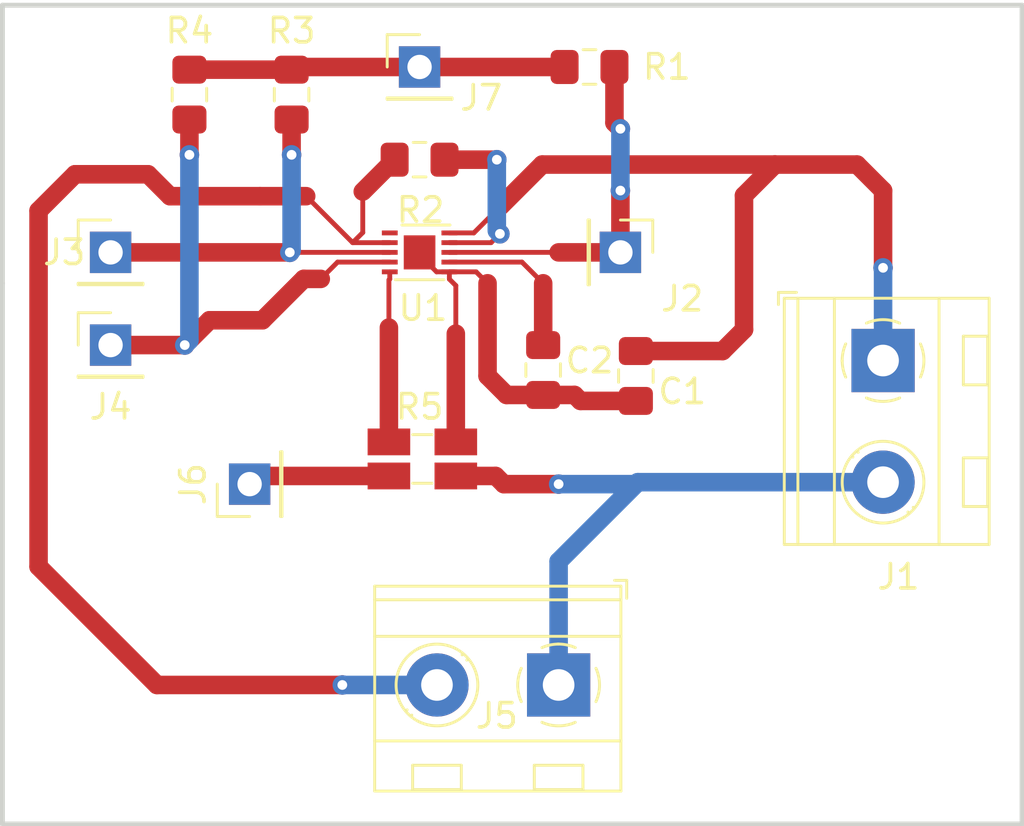
<source format=kicad_pcb>
(kicad_pcb (version 20171130) (host pcbnew "(5.1.0)-1")

  (general
    (thickness 1.6)
    (drawings 5)
    (tracks 103)
    (zones 0)
    (modules 15)
    (nets 14)
  )

  (page A4)
  (layers
    (0 F.Cu signal)
    (31 B.Cu signal)
    (32 B.Adhes user)
    (33 F.Adhes user)
    (34 B.Paste user)
    (35 F.Paste user)
    (36 B.SilkS user)
    (37 F.SilkS user)
    (38 B.Mask user)
    (39 F.Mask user)
    (40 Dwgs.User user)
    (41 Cmts.User user)
    (42 Eco1.User user)
    (43 Eco2.User user)
    (44 Edge.Cuts user)
    (45 Margin user)
    (46 B.CrtYd user)
    (47 F.CrtYd user)
    (48 B.Fab user)
    (49 F.Fab user)
  )

  (setup
    (last_trace_width 0.25)
    (user_trace_width 0.2)
    (user_trace_width 0.762)
    (trace_clearance 0.2)
    (zone_clearance 0.508)
    (zone_45_only no)
    (trace_min 0.2)
    (via_size 0.8)
    (via_drill 0.4)
    (via_min_size 0.4)
    (via_min_drill 0.3)
    (uvia_size 0.3)
    (uvia_drill 0.1)
    (uvias_allowed no)
    (uvia_min_size 0.2)
    (uvia_min_drill 0.1)
    (edge_width 0.15)
    (segment_width 0.2)
    (pcb_text_width 0.3)
    (pcb_text_size 1.5 1.5)
    (mod_edge_width 0.15)
    (mod_text_size 1 1)
    (mod_text_width 0.15)
    (pad_size 1.1 1.75)
    (pad_drill 0)
    (pad_to_mask_clearance 0.051)
    (solder_mask_min_width 0.25)
    (aux_axis_origin 0 0)
    (visible_elements 7FFFFFFF)
    (pcbplotparams
      (layerselection 0x01000_ffffffff)
      (usegerberextensions false)
      (usegerberattributes false)
      (usegerberadvancedattributes false)
      (creategerberjobfile false)
      (excludeedgelayer true)
      (linewidth 0.100000)
      (plotframeref false)
      (viasonmask false)
      (mode 1)
      (useauxorigin false)
      (hpglpennumber 1)
      (hpglpenspeed 20)
      (hpglpendiameter 15.000000)
      (psnegative false)
      (psa4output false)
      (plotreference true)
      (plotvalue true)
      (plotinvisibletext false)
      (padsonsilk false)
      (subtractmaskfromsilk false)
      (outputformat 1)
      (mirror false)
      (drillshape 0)
      (scaleselection 1)
      (outputdirectory "F:/Fuel Gauge V2/"))
  )

  (net 0 "")
  (net 1 "Net-(C2-Pad1)")
  (net 2 "Net-(J2-Pad1)")
  (net 3 "Net-(J3-Pad1)")
  (net 4 "Net-(J4-Pad1)")
  (net 5 "Net-(R2-Pad1)")
  (net 6 "Net-(R5-Pad2)")
  (net 7 "Net-(U1-Pad1)")
  (net 8 "Net-(J5-Pad2)")
  (net 9 "Net-(J6-Pad1)")
  (net 10 +3V3)
  (net 11 +BATT)
  (net 12 -BATT)
  (net 13 GND)

  (net_class Default "This is the default net class."
    (clearance 0.2)
    (trace_width 0.25)
    (via_dia 0.8)
    (via_drill 0.4)
    (uvia_dia 0.3)
    (uvia_drill 0.1)
    (add_net +3V3)
    (add_net +BATT)
    (add_net -BATT)
    (add_net GND)
    (add_net "Net-(C2-Pad1)")
    (add_net "Net-(J2-Pad1)")
    (add_net "Net-(J3-Pad1)")
    (add_net "Net-(J4-Pad1)")
    (add_net "Net-(J5-Pad2)")
    (add_net "Net-(J6-Pad1)")
    (add_net "Net-(R2-Pad1)")
    (add_net "Net-(R5-Pad2)")
    (add_net "Net-(U1-Pad1)")
  )

  (module Connector_PinHeader_2.54mm:PinHeader_1x01_P2.54mm_Vertical (layer F.Cu) (tedit 59FED5CC) (tstamp 5CC309EB)
    (at 130.175 102.235 90)
    (descr "Through hole straight pin header, 1x01, 2.54mm pitch, single row")
    (tags "Through hole pin header THT 1x01 2.54mm single row")
    (path /5CB67E16)
    (fp_text reference J6 (at 0 -2.33 90) (layer F.SilkS)
      (effects (font (size 1 1) (thickness 0.15)))
    )
    (fp_text value "System Ground" (at -2.54 0 180) (layer F.Fab)
      (effects (font (size 1 1) (thickness 0.15)))
    )
    (fp_line (start -0.635 -1.27) (end 1.27 -1.27) (layer F.Fab) (width 0.1))
    (fp_line (start 1.27 -1.27) (end 1.27 1.27) (layer F.Fab) (width 0.1))
    (fp_line (start 1.27 1.27) (end -1.27 1.27) (layer F.Fab) (width 0.1))
    (fp_line (start -1.27 1.27) (end -1.27 -0.635) (layer F.Fab) (width 0.1))
    (fp_line (start -1.27 -0.635) (end -0.635 -1.27) (layer F.Fab) (width 0.1))
    (fp_line (start -1.33 1.33) (end 1.33 1.33) (layer F.SilkS) (width 0.12))
    (fp_line (start -1.33 1.27) (end -1.33 1.33) (layer F.SilkS) (width 0.12))
    (fp_line (start 1.33 1.27) (end 1.33 1.33) (layer F.SilkS) (width 0.12))
    (fp_line (start -1.33 1.27) (end 1.33 1.27) (layer F.SilkS) (width 0.12))
    (fp_line (start -1.33 0) (end -1.33 -1.33) (layer F.SilkS) (width 0.12))
    (fp_line (start -1.33 -1.33) (end 0 -1.33) (layer F.SilkS) (width 0.12))
    (fp_line (start -1.8 -1.8) (end -1.8 1.8) (layer F.CrtYd) (width 0.05))
    (fp_line (start -1.8 1.8) (end 1.8 1.8) (layer F.CrtYd) (width 0.05))
    (fp_line (start 1.8 1.8) (end 1.8 -1.8) (layer F.CrtYd) (width 0.05))
    (fp_line (start 1.8 -1.8) (end -1.8 -1.8) (layer F.CrtYd) (width 0.05))
    (fp_text user %R (at 0 0 180) (layer F.Fab)
      (effects (font (size 1 1) (thickness 0.15)))
    )
    (pad 1 thru_hole rect (at 0 0 90) (size 1.7 1.7) (drill 1) (layers *.Cu *.Mask)
      (net 9 "Net-(J6-Pad1)"))
    (model ${KISYS3DMOD}/Connector_PinHeader_2.54mm.3dshapes/PinHeader_1x01_P2.54mm_Vertical.wrl
      (at (xyz 0 0 0))
      (scale (xyz 1 1 1))
      (rotate (xyz 0 0 0))
    )
  )

  (module Connector_PinHeader_2.54mm:PinHeader_1x01_P2.54mm_Vertical (layer F.Cu) (tedit 59FED5CC) (tstamp 5CB0E0F9)
    (at 137.16 85.09)
    (descr "Through hole straight pin header, 1x01, 2.54mm pitch, single row")
    (tags "Through hole pin header THT 1x01 2.54mm single row")
    (path /5CA596D1)
    (fp_text reference J7 (at 2.54 1.27) (layer F.SilkS)
      (effects (font (size 1 1) (thickness 0.15)))
    )
    (fp_text value 3.3V (at 3.175 -1.905) (layer F.Fab)
      (effects (font (size 1 1) (thickness 0.15)))
    )
    (fp_line (start -0.635 -1.27) (end 1.27 -1.27) (layer F.Fab) (width 0.1))
    (fp_line (start 1.27 -1.27) (end 1.27 1.27) (layer F.Fab) (width 0.1))
    (fp_line (start 1.27 1.27) (end -1.27 1.27) (layer F.Fab) (width 0.1))
    (fp_line (start -1.27 1.27) (end -1.27 -0.635) (layer F.Fab) (width 0.1))
    (fp_line (start -1.27 -0.635) (end -0.635 -1.27) (layer F.Fab) (width 0.1))
    (fp_line (start -1.33 1.33) (end 1.33 1.33) (layer F.SilkS) (width 0.12))
    (fp_line (start -1.33 1.27) (end -1.33 1.33) (layer F.SilkS) (width 0.12))
    (fp_line (start 1.33 1.27) (end 1.33 1.33) (layer F.SilkS) (width 0.12))
    (fp_line (start -1.33 1.27) (end 1.33 1.27) (layer F.SilkS) (width 0.12))
    (fp_line (start -1.33 0) (end -1.33 -1.33) (layer F.SilkS) (width 0.12))
    (fp_line (start -1.33 -1.33) (end 0 -1.33) (layer F.SilkS) (width 0.12))
    (fp_line (start -1.8 -1.8) (end -1.8 1.8) (layer F.CrtYd) (width 0.05))
    (fp_line (start -1.8 1.8) (end 1.8 1.8) (layer F.CrtYd) (width 0.05))
    (fp_line (start 1.8 1.8) (end 1.8 -1.8) (layer F.CrtYd) (width 0.05))
    (fp_line (start 1.8 -1.8) (end -1.8 -1.8) (layer F.CrtYd) (width 0.05))
    (fp_text user %R (at 0 0 90) (layer F.Fab)
      (effects (font (size 1 1) (thickness 0.15)))
    )
    (pad 1 thru_hole rect (at 0 0) (size 1.7 1.7) (drill 1) (layers *.Cu *.Mask)
      (net 10 +3V3))
    (model ${KISYS3DMOD}/Connector_PinHeader_2.54mm.3dshapes/PinHeader_1x01_P2.54mm_Vertical.wrl
      (at (xyz 0 0 0))
      (scale (xyz 1 1 1))
      (rotate (xyz 0 0 0))
    )
  )

  (module Connector_PinHeader_2.54mm:PinHeader_1x01_P2.54mm_Vertical (layer F.Cu) (tedit 59FED5CC) (tstamp 5C86F288)
    (at 145.415 92.71 270)
    (descr "Through hole straight pin header, 1x01, 2.54mm pitch, single row")
    (tags "Through hole pin header THT 1x01 2.54mm single row")
    (path /5C71F40D)
    (fp_text reference J2 (at 1.905 -2.54) (layer F.SilkS)
      (effects (font (size 1 1) (thickness 0.15)))
    )
    (fp_text value ALRT (at -0.635 -3.175) (layer F.Fab)
      (effects (font (size 1 1) (thickness 0.15)))
    )
    (fp_line (start -0.635 -1.27) (end 1.27 -1.27) (layer F.Fab) (width 0.1))
    (fp_line (start 1.27 -1.27) (end 1.27 1.27) (layer F.Fab) (width 0.1))
    (fp_line (start 1.27 1.27) (end -1.27 1.27) (layer F.Fab) (width 0.1))
    (fp_line (start -1.27 1.27) (end -1.27 -0.635) (layer F.Fab) (width 0.1))
    (fp_line (start -1.27 -0.635) (end -0.635 -1.27) (layer F.Fab) (width 0.1))
    (fp_line (start -1.33 1.33) (end 1.33 1.33) (layer F.SilkS) (width 0.12))
    (fp_line (start -1.33 1.27) (end -1.33 1.33) (layer F.SilkS) (width 0.12))
    (fp_line (start 1.33 1.27) (end 1.33 1.33) (layer F.SilkS) (width 0.12))
    (fp_line (start -1.33 1.27) (end 1.33 1.27) (layer F.SilkS) (width 0.12))
    (fp_line (start -1.33 0) (end -1.33 -1.33) (layer F.SilkS) (width 0.12))
    (fp_line (start -1.33 -1.33) (end 0 -1.33) (layer F.SilkS) (width 0.12))
    (fp_line (start -1.8 -1.8) (end -1.8 1.8) (layer F.CrtYd) (width 0.05))
    (fp_line (start -1.8 1.8) (end 1.8 1.8) (layer F.CrtYd) (width 0.05))
    (fp_line (start 1.8 1.8) (end 1.8 -1.8) (layer F.CrtYd) (width 0.05))
    (fp_line (start 1.8 -1.8) (end -1.8 -1.8) (layer F.CrtYd) (width 0.05))
    (fp_text user %R (at 0 0) (layer F.Fab)
      (effects (font (size 1 1) (thickness 0.15)))
    )
    (pad 1 thru_hole rect (at 0 0 270) (size 1.7 1.7) (drill 1) (layers *.Cu *.Mask)
      (net 2 "Net-(J2-Pad1)"))
    (model ${KISYS3DMOD}/Connector_PinHeader_2.54mm.3dshapes/PinHeader_1x01_P2.54mm_Vertical.wrl
      (at (xyz 0 0 0))
      (scale (xyz 1 1 1))
      (rotate (xyz 0 0 0))
    )
  )

  (module TerminalBlock_MetzConnect:TerminalBlock_MetzConnect_Type094_RT03502HBLU_1x02_P5.00mm_Horizontal (layer F.Cu) (tedit 5B294E9C) (tstamp 5C86F16E)
    (at 142.875 110.49 180)
    (descr "terminal block Metz Connect Type094_RT03502HBLU, 2 pins, pitch 5mm, size 10x8.3mm^2, drill diamater 1.3mm, pad diameter 2.6mm, see http://www.metz-connect.com/ru/system/files/productfiles/Data_sheet_310941_RT035xxHBLU_OFF-022742T.pdf, script-generated using https://github.com/pointhi/kicad-footprint-generator/scripts/TerminalBlock_MetzConnect")
    (tags "THT terminal block Metz Connect Type094_RT03502HBLU pitch 5mm size 10x8.3mm^2 drill 1.3mm pad 2.6mm")
    (path /5C7AB65B)
    (fp_text reference J5 (at 2.54 -1.27 180) (layer F.SilkS)
      (effects (font (size 1 1) (thickness 0.15)))
    )
    (fp_text value "10k Thermistor" (at -8.89 -3.81 180) (layer F.Fab)
      (effects (font (size 1 1) (thickness 0.15)))
    )
    (fp_arc (start 0 0) (end 0 1.68) (angle -24) (layer F.SilkS) (width 0.12))
    (fp_arc (start 0 0) (end 1.535 0.684) (angle -48) (layer F.SilkS) (width 0.12))
    (fp_arc (start 0 0) (end 0.684 -1.535) (angle -48) (layer F.SilkS) (width 0.12))
    (fp_arc (start 0 0) (end -1.535 -0.684) (angle -48) (layer F.SilkS) (width 0.12))
    (fp_arc (start 0 0) (end -0.684 1.535) (angle -25) (layer F.SilkS) (width 0.12))
    (fp_circle (center 0 0) (end 1.5 0) (layer F.Fab) (width 0.1))
    (fp_circle (center 5 0) (end 6.5 0) (layer F.Fab) (width 0.1))
    (fp_circle (center 5 0) (end 6.68 0) (layer F.SilkS) (width 0.12))
    (fp_line (start -2.5 -4.3) (end 7.5 -4.3) (layer F.Fab) (width 0.1))
    (fp_line (start 7.5 -4.3) (end 7.5 4) (layer F.Fab) (width 0.1))
    (fp_line (start 7.5 4) (end -2 4) (layer F.Fab) (width 0.1))
    (fp_line (start -2 4) (end -2.5 3.5) (layer F.Fab) (width 0.1))
    (fp_line (start -2.5 3.5) (end -2.5 -4.3) (layer F.Fab) (width 0.1))
    (fp_line (start -2.5 3.5) (end 7.5 3.5) (layer F.Fab) (width 0.1))
    (fp_line (start -2.56 3.5) (end 7.56 3.5) (layer F.SilkS) (width 0.12))
    (fp_line (start -2.5 2) (end 7.5 2) (layer F.Fab) (width 0.1))
    (fp_line (start -2.56 2) (end 7.56 2) (layer F.SilkS) (width 0.12))
    (fp_line (start -2.5 -2.3) (end 7.5 -2.3) (layer F.Fab) (width 0.1))
    (fp_line (start -2.56 -2.301) (end 7.56 -2.301) (layer F.SilkS) (width 0.12))
    (fp_line (start -2.56 -4.36) (end 7.56 -4.36) (layer F.SilkS) (width 0.12))
    (fp_line (start -2.56 4.06) (end 7.56 4.06) (layer F.SilkS) (width 0.12))
    (fp_line (start -2.56 -4.36) (end -2.56 4.06) (layer F.SilkS) (width 0.12))
    (fp_line (start 7.56 -4.36) (end 7.56 4.06) (layer F.SilkS) (width 0.12))
    (fp_line (start 1.138 -0.955) (end -0.955 1.138) (layer F.Fab) (width 0.1))
    (fp_line (start 0.955 -1.138) (end -1.138 0.955) (layer F.Fab) (width 0.1))
    (fp_line (start -1 -4.3) (end -1 -3.3) (layer F.Fab) (width 0.1))
    (fp_line (start -1 -3.3) (end 1 -3.3) (layer F.Fab) (width 0.1))
    (fp_line (start 1 -3.3) (end 1 -4.3) (layer F.Fab) (width 0.1))
    (fp_line (start 1 -4.3) (end -1 -4.3) (layer F.Fab) (width 0.1))
    (fp_line (start -1 -4.3) (end 1 -4.3) (layer F.SilkS) (width 0.12))
    (fp_line (start -1 -3.3) (end 1 -3.3) (layer F.SilkS) (width 0.12))
    (fp_line (start -1 -4.3) (end -1 -3.3) (layer F.SilkS) (width 0.12))
    (fp_line (start 1 -4.3) (end 1 -3.3) (layer F.SilkS) (width 0.12))
    (fp_line (start 6.138 -0.955) (end 4.046 1.138) (layer F.Fab) (width 0.1))
    (fp_line (start 5.955 -1.138) (end 3.863 0.955) (layer F.Fab) (width 0.1))
    (fp_line (start 6.275 -1.069) (end 6.228 -1.023) (layer F.SilkS) (width 0.12))
    (fp_line (start 3.966 1.239) (end 3.931 1.274) (layer F.SilkS) (width 0.12))
    (fp_line (start 6.07 -1.275) (end 6.035 -1.239) (layer F.SilkS) (width 0.12))
    (fp_line (start 3.773 1.023) (end 3.726 1.069) (layer F.SilkS) (width 0.12))
    (fp_line (start 4 -4.3) (end 4 -3.3) (layer F.Fab) (width 0.1))
    (fp_line (start 4 -3.3) (end 6 -3.3) (layer F.Fab) (width 0.1))
    (fp_line (start 6 -3.3) (end 6 -4.3) (layer F.Fab) (width 0.1))
    (fp_line (start 6 -4.3) (end 4 -4.3) (layer F.Fab) (width 0.1))
    (fp_line (start 4 -4.3) (end 6 -4.3) (layer F.SilkS) (width 0.12))
    (fp_line (start 4 -3.3) (end 6 -3.3) (layer F.SilkS) (width 0.12))
    (fp_line (start 4 -4.3) (end 4 -3.3) (layer F.SilkS) (width 0.12))
    (fp_line (start 6 -4.3) (end 6 -3.3) (layer F.SilkS) (width 0.12))
    (fp_line (start -2.8 3.56) (end -2.8 4.3) (layer F.SilkS) (width 0.12))
    (fp_line (start -2.8 4.3) (end -2.3 4.3) (layer F.SilkS) (width 0.12))
    (fp_line (start -3 -4.81) (end -3 4.5) (layer F.CrtYd) (width 0.05))
    (fp_line (start -3 4.5) (end 8 4.5) (layer F.CrtYd) (width 0.05))
    (fp_line (start 8 4.5) (end 8 -4.81) (layer F.CrtYd) (width 0.05))
    (fp_line (start 8 -4.81) (end -3 -4.81) (layer F.CrtYd) (width 0.05))
    (fp_text user %R (at 2.5 2.75 180) (layer F.Fab)
      (effects (font (size 1 1) (thickness 0.15)))
    )
    (pad 1 thru_hole rect (at 0 0 180) (size 2.6 2.6) (drill 1.3) (layers *.Cu *.Mask)
      (net 12 -BATT))
    (pad 2 thru_hole circle (at 5 0 180) (size 2.6 2.6) (drill 1.3) (layers *.Cu *.Mask)
      (net 8 "Net-(J5-Pad2)"))
    (model ${KISYS3DMOD}/TerminalBlock_MetzConnect.3dshapes/TerminalBlock_MetzConnect_Type094_RT03502HBLU_1x02_P5.00mm_Horizontal.wrl
      (at (xyz 0 0 0))
      (scale (xyz 1 1 1))
      (rotate (xyz 0 0 0))
    )
  )

  (module TerminalBlock_MetzConnect:TerminalBlock_MetzConnect_Type094_RT03502HBLU_1x02_P5.00mm_Horizontal (layer F.Cu) (tedit 5B294E9C) (tstamp 5C869026)
    (at 156.21 97.155 270)
    (descr "terminal block Metz Connect Type094_RT03502HBLU, 2 pins, pitch 5mm, size 10x8.3mm^2, drill diamater 1.3mm, pad diameter 2.6mm, see http://www.metz-connect.com/ru/system/files/productfiles/Data_sheet_310941_RT035xxHBLU_OFF-022742T.pdf, script-generated using https://github.com/pointhi/kicad-footprint-generator/scripts/TerminalBlock_MetzConnect")
    (tags "THT terminal block Metz Connect Type094_RT03502HBLU pitch 5mm size 10x8.3mm^2 drill 1.3mm pad 2.6mm")
    (path /5C79D375)
    (fp_text reference J1 (at 8.89 -0.635) (layer F.SilkS)
      (effects (font (size 1 1) (thickness 0.15)))
    )
    (fp_text value Battery (at 10.16 -0.635) (layer F.Fab)
      (effects (font (size 1 1) (thickness 0.15)))
    )
    (fp_arc (start 0 0) (end 0 1.68) (angle -24) (layer F.SilkS) (width 0.12))
    (fp_arc (start 0 0) (end 1.535 0.684) (angle -48) (layer F.SilkS) (width 0.12))
    (fp_arc (start 0 0) (end 0.684 -1.535) (angle -48) (layer F.SilkS) (width 0.12))
    (fp_arc (start 0 0) (end -1.535 -0.684) (angle -48) (layer F.SilkS) (width 0.12))
    (fp_arc (start 0 0) (end -0.684 1.535) (angle -25) (layer F.SilkS) (width 0.12))
    (fp_circle (center 0 0) (end 1.5 0) (layer F.Fab) (width 0.1))
    (fp_circle (center 5 0) (end 6.5 0) (layer F.Fab) (width 0.1))
    (fp_circle (center 5 0) (end 6.68 0) (layer F.SilkS) (width 0.12))
    (fp_line (start -2.5 -4.3) (end 7.5 -4.3) (layer F.Fab) (width 0.1))
    (fp_line (start 7.5 -4.3) (end 7.5 4) (layer F.Fab) (width 0.1))
    (fp_line (start 7.5 4) (end -2 4) (layer F.Fab) (width 0.1))
    (fp_line (start -2 4) (end -2.5 3.5) (layer F.Fab) (width 0.1))
    (fp_line (start -2.5 3.5) (end -2.5 -4.3) (layer F.Fab) (width 0.1))
    (fp_line (start -2.5 3.5) (end 7.5 3.5) (layer F.Fab) (width 0.1))
    (fp_line (start -2.56 3.5) (end 7.56 3.5) (layer F.SilkS) (width 0.12))
    (fp_line (start -2.5 2) (end 7.5 2) (layer F.Fab) (width 0.1))
    (fp_line (start -2.56 2) (end 7.56 2) (layer F.SilkS) (width 0.12))
    (fp_line (start -2.5 -2.3) (end 7.5 -2.3) (layer F.Fab) (width 0.1))
    (fp_line (start -2.56 -2.301) (end 7.56 -2.301) (layer F.SilkS) (width 0.12))
    (fp_line (start -2.56 -4.36) (end 7.56 -4.36) (layer F.SilkS) (width 0.12))
    (fp_line (start -2.56 4.06) (end 7.56 4.06) (layer F.SilkS) (width 0.12))
    (fp_line (start -2.56 -4.36) (end -2.56 4.06) (layer F.SilkS) (width 0.12))
    (fp_line (start 7.56 -4.36) (end 7.56 4.06) (layer F.SilkS) (width 0.12))
    (fp_line (start 1.138 -0.955) (end -0.955 1.138) (layer F.Fab) (width 0.1))
    (fp_line (start 0.955 -1.138) (end -1.138 0.955) (layer F.Fab) (width 0.1))
    (fp_line (start -1 -4.3) (end -1 -3.3) (layer F.Fab) (width 0.1))
    (fp_line (start -1 -3.3) (end 1 -3.3) (layer F.Fab) (width 0.1))
    (fp_line (start 1 -3.3) (end 1 -4.3) (layer F.Fab) (width 0.1))
    (fp_line (start 1 -4.3) (end -1 -4.3) (layer F.Fab) (width 0.1))
    (fp_line (start -1 -4.3) (end 1 -4.3) (layer F.SilkS) (width 0.12))
    (fp_line (start -1 -3.3) (end 1 -3.3) (layer F.SilkS) (width 0.12))
    (fp_line (start -1 -4.3) (end -1 -3.3) (layer F.SilkS) (width 0.12))
    (fp_line (start 1 -4.3) (end 1 -3.3) (layer F.SilkS) (width 0.12))
    (fp_line (start 6.138 -0.955) (end 4.046 1.138) (layer F.Fab) (width 0.1))
    (fp_line (start 5.955 -1.138) (end 3.863 0.955) (layer F.Fab) (width 0.1))
    (fp_line (start 6.275 -1.069) (end 6.228 -1.023) (layer F.SilkS) (width 0.12))
    (fp_line (start 3.966 1.239) (end 3.931 1.274) (layer F.SilkS) (width 0.12))
    (fp_line (start 6.07 -1.275) (end 6.035 -1.239) (layer F.SilkS) (width 0.12))
    (fp_line (start 3.773 1.023) (end 3.726 1.069) (layer F.SilkS) (width 0.12))
    (fp_line (start 4 -4.3) (end 4 -3.3) (layer F.Fab) (width 0.1))
    (fp_line (start 4 -3.3) (end 6 -3.3) (layer F.Fab) (width 0.1))
    (fp_line (start 6 -3.3) (end 6 -4.3) (layer F.Fab) (width 0.1))
    (fp_line (start 6 -4.3) (end 4 -4.3) (layer F.Fab) (width 0.1))
    (fp_line (start 4 -4.3) (end 6 -4.3) (layer F.SilkS) (width 0.12))
    (fp_line (start 4 -3.3) (end 6 -3.3) (layer F.SilkS) (width 0.12))
    (fp_line (start 4 -4.3) (end 4 -3.3) (layer F.SilkS) (width 0.12))
    (fp_line (start 6 -4.3) (end 6 -3.3) (layer F.SilkS) (width 0.12))
    (fp_line (start -2.8 3.56) (end -2.8 4.3) (layer F.SilkS) (width 0.12))
    (fp_line (start -2.8 4.3) (end -2.3 4.3) (layer F.SilkS) (width 0.12))
    (fp_line (start -3 -4.81) (end -3 4.5) (layer F.CrtYd) (width 0.05))
    (fp_line (start -3 4.5) (end 8 4.5) (layer F.CrtYd) (width 0.05))
    (fp_line (start 8 4.5) (end 8 -4.81) (layer F.CrtYd) (width 0.05))
    (fp_line (start 8 -4.81) (end -3 -4.81) (layer F.CrtYd) (width 0.05))
    (fp_text user %R (at 2.5 2.75 270) (layer F.Fab)
      (effects (font (size 1 1) (thickness 0.15)))
    )
    (pad 1 thru_hole rect (at 0 0 270) (size 2.6 2.6) (drill 1.3) (layers *.Cu *.Mask)
      (net 11 +BATT))
    (pad 2 thru_hole circle (at 5 0 270) (size 2.6 2.6) (drill 1.3) (layers *.Cu *.Mask)
      (net 12 -BATT))
    (model ${KISYS3DMOD}/TerminalBlock_MetzConnect.3dshapes/TerminalBlock_MetzConnect_Type094_RT03502HBLU_1x02_P5.00mm_Horizontal.wrl
      (at (xyz 0 0 0))
      (scale (xyz 1 1 1))
      (rotate (xyz 0 0 0))
    )
  )

  (module "Custom Shunt Resistor LVK12:R_Shunt_Ohmite_LVK12" (layer F.Cu) (tedit 5C748F87) (tstamp 5C8DCDB3)
    (at 137.275 101.2 90)
    (descr "4 contact shunt resistor")
    (tags "shunt resistor 4 contacts")
    (path /5C71DD29)
    (attr smd)
    (fp_text reference R5 (at 2.14 -0.115) (layer F.SilkS)
      (effects (font (size 1 1) (thickness 0.15)))
    )
    (fp_text value 10m (at -2.305 0.52 180) (layer F.Fab)
      (effects (font (size 1 1) (thickness 0.15)))
    )
    (fp_line (start -0.8 -1.6) (end -0.8 1.6) (layer F.Fab) (width 0.1))
    (fp_line (start 0.8 -1.6) (end -0.8 -1.6) (layer F.Fab) (width 0.1))
    (fp_line (start 0.8 1.6) (end 0.8 -1.6) (layer F.Fab) (width 0.1))
    (fp_line (start -0.8 1.6) (end 0.8 1.6) (layer F.Fab) (width 0.1))
    (fp_text user %R (at 0.1 0 180) (layer F.Fab)
      (effects (font (size 0.6 0.6) (thickness 0.1)))
    )
    (fp_line (start -1.5 2.5) (end -1.5 -2.5) (layer F.CrtYd) (width 0.05))
    (fp_line (start 1.5 2.5) (end -1.5 2.5) (layer F.CrtYd) (width 0.05))
    (fp_line (start 1.5 -2.5) (end 1.5 2.5) (layer F.CrtYd) (width 0.05))
    (fp_line (start -1.5 -2.5) (end 1.5 -2.5) (layer F.CrtYd) (width 0.05))
    (fp_line (start -1 0.4) (end -1 -0.4) (layer F.SilkS) (width 0.12))
    (fp_line (start 1 -0.4) (end 1 0.4) (layer F.SilkS) (width 0.12))
    (pad 3 smd rect (at 0.7 1.375 90) (size 1.1 1.75) (layers F.Cu F.Paste F.Mask)
      (net 13 GND))
    (pad 4 smd rect (at -0.7 1.375 90) (size 1.1 1.75) (layers F.Cu F.Paste F.Mask)
      (net 12 -BATT) (die_length 2))
    (pad 2 smd rect (at 0.7 -1.375 90) (size 1.1 1.75) (layers F.Cu F.Paste F.Mask)
      (net 6 "Net-(R5-Pad2)"))
    (pad 1 smd rect (at -0.7 -1.375 90) (size 1.1 1.75) (layers F.Cu F.Paste F.Mask)
      (net 9 "Net-(J6-Pad1)"))
    (model ${KISYS3DMOD}/Resistor_SMD.3dshapes/R_Shunt_Ohmite_LVK12.wrl
      (at (xyz 0 0 0))
      (scale (xyz 1 1 1))
      (rotate (xyz 0 0 0))
    )
  )

  (module Capacitor_SMD:C_0805_2012Metric_Pad1.15x1.40mm_HandSolder (layer F.Cu) (tedit 5B36C52B) (tstamp 5C80F557)
    (at 146.05 97.79 270)
    (descr "Capacitor SMD 0805 (2012 Metric), square (rectangular) end terminal, IPC_7351 nominal with elongated pad for handsoldering. (Body size source: https://docs.google.com/spreadsheets/d/1BsfQQcO9C6DZCsRaXUlFlo91Tg2WpOkGARC1WS5S8t0/edit?usp=sharing), generated with kicad-footprint-generator")
    (tags "capacitor handsolder")
    (path /5C71FF0E)
    (attr smd)
    (fp_text reference C1 (at 0.635 -1.905 180) (layer F.SilkS)
      (effects (font (size 1 1) (thickness 0.15)))
    )
    (fp_text value 0.1u (at 2.15 -2.794) (layer F.Fab)
      (effects (font (size 1 1) (thickness 0.15)))
    )
    (fp_text user %R (at 0 0 270) (layer F.Fab)
      (effects (font (size 0.5 0.5) (thickness 0.08)))
    )
    (fp_line (start 1.85 0.95) (end -1.85 0.95) (layer F.CrtYd) (width 0.05))
    (fp_line (start 1.85 -0.95) (end 1.85 0.95) (layer F.CrtYd) (width 0.05))
    (fp_line (start -1.85 -0.95) (end 1.85 -0.95) (layer F.CrtYd) (width 0.05))
    (fp_line (start -1.85 0.95) (end -1.85 -0.95) (layer F.CrtYd) (width 0.05))
    (fp_line (start -0.261252 0.71) (end 0.261252 0.71) (layer F.SilkS) (width 0.12))
    (fp_line (start -0.261252 -0.71) (end 0.261252 -0.71) (layer F.SilkS) (width 0.12))
    (fp_line (start 1 0.6) (end -1 0.6) (layer F.Fab) (width 0.1))
    (fp_line (start 1 -0.6) (end 1 0.6) (layer F.Fab) (width 0.1))
    (fp_line (start -1 -0.6) (end 1 -0.6) (layer F.Fab) (width 0.1))
    (fp_line (start -1 0.6) (end -1 -0.6) (layer F.Fab) (width 0.1))
    (pad 2 smd roundrect (at 1.025 0 270) (size 1.15 1.4) (layers F.Cu F.Paste F.Mask) (roundrect_rratio 0.217391)
      (net 13 GND))
    (pad 1 smd roundrect (at -1.025 0 270) (size 1.15 1.4) (layers F.Cu F.Paste F.Mask) (roundrect_rratio 0.217391)
      (net 11 +BATT))
    (model ${KISYS3DMOD}/Capacitor_SMD.3dshapes/C_0805_2012Metric.wrl
      (at (xyz 0 0 0))
      (scale (xyz 1 1 1))
      (rotate (xyz 0 0 0))
    )
  )

  (module Capacitor_SMD:C_0805_2012Metric_Pad1.15x1.40mm_HandSolder (layer F.Cu) (tedit 5B36C52B) (tstamp 5C80F568)
    (at 142.24 97.545 270)
    (descr "Capacitor SMD 0805 (2012 Metric), square (rectangular) end terminal, IPC_7351 nominal with elongated pad for handsoldering. (Body size source: https://docs.google.com/spreadsheets/d/1BsfQQcO9C6DZCsRaXUlFlo91Tg2WpOkGARC1WS5S8t0/edit?usp=sharing), generated with kicad-footprint-generator")
    (tags "capacitor handsolder")
    (path /5C71DF6A)
    (attr smd)
    (fp_text reference C2 (at -0.39 -1.905) (layer F.SilkS)
      (effects (font (size 1 1) (thickness 0.15)))
    )
    (fp_text value 0.47u (at 2.785 -0.635) (layer F.Fab)
      (effects (font (size 1 1) (thickness 0.15)))
    )
    (fp_text user %R (at 0 0 270) (layer F.Fab)
      (effects (font (size 0.5 0.5) (thickness 0.08)))
    )
    (fp_line (start 1.85 0.95) (end -1.85 0.95) (layer F.CrtYd) (width 0.05))
    (fp_line (start 1.85 -0.95) (end 1.85 0.95) (layer F.CrtYd) (width 0.05))
    (fp_line (start -1.85 -0.95) (end 1.85 -0.95) (layer F.CrtYd) (width 0.05))
    (fp_line (start -1.85 0.95) (end -1.85 -0.95) (layer F.CrtYd) (width 0.05))
    (fp_line (start -0.261252 0.71) (end 0.261252 0.71) (layer F.SilkS) (width 0.12))
    (fp_line (start -0.261252 -0.71) (end 0.261252 -0.71) (layer F.SilkS) (width 0.12))
    (fp_line (start 1 0.6) (end -1 0.6) (layer F.Fab) (width 0.1))
    (fp_line (start 1 -0.6) (end 1 0.6) (layer F.Fab) (width 0.1))
    (fp_line (start -1 -0.6) (end 1 -0.6) (layer F.Fab) (width 0.1))
    (fp_line (start -1 0.6) (end -1 -0.6) (layer F.Fab) (width 0.1))
    (pad 2 smd roundrect (at 1.025 0 270) (size 1.15 1.4) (layers F.Cu F.Paste F.Mask) (roundrect_rratio 0.217391)
      (net 13 GND))
    (pad 1 smd roundrect (at -1.025 0 270) (size 1.15 1.4) (layers F.Cu F.Paste F.Mask) (roundrect_rratio 0.217391)
      (net 1 "Net-(C2-Pad1)"))
    (model ${KISYS3DMOD}/Capacitor_SMD.3dshapes/C_0805_2012Metric.wrl
      (at (xyz 0 0 0))
      (scale (xyz 1 1 1))
      (rotate (xyz 0 0 0))
    )
  )

  (module Connector_PinHeader_2.54mm:PinHeader_1x01_P2.54mm_Vertical (layer F.Cu) (tedit 59FED5CC) (tstamp 5C80F5AB)
    (at 124.46 92.71)
    (descr "Through hole straight pin header, 1x01, 2.54mm pitch, single row")
    (tags "Through hole pin header THT 1x01 2.54mm single row")
    (path /5C720977)
    (fp_text reference J3 (at -1.905 0) (layer F.SilkS)
      (effects (font (size 1 1) (thickness 0.15)))
    )
    (fp_text value SCL (at 0 -1.905) (layer F.Fab)
      (effects (font (size 1 1) (thickness 0.15)))
    )
    (fp_text user %R (at 0 0 90) (layer F.Fab)
      (effects (font (size 1 1) (thickness 0.15)))
    )
    (fp_line (start 1.8 -1.8) (end -1.8 -1.8) (layer F.CrtYd) (width 0.05))
    (fp_line (start 1.8 1.8) (end 1.8 -1.8) (layer F.CrtYd) (width 0.05))
    (fp_line (start -1.8 1.8) (end 1.8 1.8) (layer F.CrtYd) (width 0.05))
    (fp_line (start -1.8 -1.8) (end -1.8 1.8) (layer F.CrtYd) (width 0.05))
    (fp_line (start -1.33 -1.33) (end 0 -1.33) (layer F.SilkS) (width 0.12))
    (fp_line (start -1.33 0) (end -1.33 -1.33) (layer F.SilkS) (width 0.12))
    (fp_line (start -1.33 1.27) (end 1.33 1.27) (layer F.SilkS) (width 0.12))
    (fp_line (start 1.33 1.27) (end 1.33 1.33) (layer F.SilkS) (width 0.12))
    (fp_line (start -1.33 1.27) (end -1.33 1.33) (layer F.SilkS) (width 0.12))
    (fp_line (start -1.33 1.33) (end 1.33 1.33) (layer F.SilkS) (width 0.12))
    (fp_line (start -1.27 -0.635) (end -0.635 -1.27) (layer F.Fab) (width 0.1))
    (fp_line (start -1.27 1.27) (end -1.27 -0.635) (layer F.Fab) (width 0.1))
    (fp_line (start 1.27 1.27) (end -1.27 1.27) (layer F.Fab) (width 0.1))
    (fp_line (start 1.27 -1.27) (end 1.27 1.27) (layer F.Fab) (width 0.1))
    (fp_line (start -0.635 -1.27) (end 1.27 -1.27) (layer F.Fab) (width 0.1))
    (pad 1 thru_hole rect (at 0 0) (size 1.7 1.7) (drill 1) (layers *.Cu *.Mask)
      (net 3 "Net-(J3-Pad1)"))
    (model ${KISYS3DMOD}/Connector_PinHeader_2.54mm.3dshapes/PinHeader_1x01_P2.54mm_Vertical.wrl
      (at (xyz 0 0 0))
      (scale (xyz 1 1 1))
      (rotate (xyz 0 0 0))
    )
  )

  (module Connector_PinHeader_2.54mm:PinHeader_1x01_P2.54mm_Vertical (layer F.Cu) (tedit 59FED5CC) (tstamp 5C80F5C0)
    (at 124.46 96.52)
    (descr "Through hole straight pin header, 1x01, 2.54mm pitch, single row")
    (tags "Through hole pin header THT 1x01 2.54mm single row")
    (path /5C720C86)
    (fp_text reference J4 (at 0 2.54) (layer F.SilkS)
      (effects (font (size 1 1) (thickness 0.15)))
    )
    (fp_text value SDA (at 0 3.81) (layer F.Fab)
      (effects (font (size 1 1) (thickness 0.15)))
    )
    (fp_line (start -0.635 -1.27) (end 1.27 -1.27) (layer F.Fab) (width 0.1))
    (fp_line (start 1.27 -1.27) (end 1.27 1.27) (layer F.Fab) (width 0.1))
    (fp_line (start 1.27 1.27) (end -1.27 1.27) (layer F.Fab) (width 0.1))
    (fp_line (start -1.27 1.27) (end -1.27 -0.635) (layer F.Fab) (width 0.1))
    (fp_line (start -1.27 -0.635) (end -0.635 -1.27) (layer F.Fab) (width 0.1))
    (fp_line (start -1.33 1.33) (end 1.33 1.33) (layer F.SilkS) (width 0.12))
    (fp_line (start -1.33 1.27) (end -1.33 1.33) (layer F.SilkS) (width 0.12))
    (fp_line (start 1.33 1.27) (end 1.33 1.33) (layer F.SilkS) (width 0.12))
    (fp_line (start -1.33 1.27) (end 1.33 1.27) (layer F.SilkS) (width 0.12))
    (fp_line (start -1.33 0) (end -1.33 -1.33) (layer F.SilkS) (width 0.12))
    (fp_line (start -1.33 -1.33) (end 0 -1.33) (layer F.SilkS) (width 0.12))
    (fp_line (start -1.8 -1.8) (end -1.8 1.8) (layer F.CrtYd) (width 0.05))
    (fp_line (start -1.8 1.8) (end 1.8 1.8) (layer F.CrtYd) (width 0.05))
    (fp_line (start 1.8 1.8) (end 1.8 -1.8) (layer F.CrtYd) (width 0.05))
    (fp_line (start 1.8 -1.8) (end -1.8 -1.8) (layer F.CrtYd) (width 0.05))
    (fp_text user %R (at 0 0 90) (layer F.Fab)
      (effects (font (size 1 1) (thickness 0.15)))
    )
    (pad 1 thru_hole rect (at 0 0) (size 1.7 1.7) (drill 1) (layers *.Cu *.Mask)
      (net 4 "Net-(J4-Pad1)"))
    (model ${KISYS3DMOD}/Connector_PinHeader_2.54mm.3dshapes/PinHeader_1x01_P2.54mm_Vertical.wrl
      (at (xyz 0 0 0))
      (scale (xyz 1 1 1))
      (rotate (xyz 0 0 0))
    )
  )

  (module Resistor_SMD:R_0805_2012Metric_Pad1.15x1.40mm_HandSolder (layer F.Cu) (tedit 5B36C52B) (tstamp 5C80F614)
    (at 144.145 85.09)
    (descr "Resistor SMD 0805 (2012 Metric), square (rectangular) end terminal, IPC_7351 nominal with elongated pad for handsoldering. (Body size source: https://docs.google.com/spreadsheets/d/1BsfQQcO9C6DZCsRaXUlFlo91Tg2WpOkGARC1WS5S8t0/edit?usp=sharing), generated with kicad-footprint-generator")
    (tags "resistor handsolder")
    (path /5C71DDF3)
    (attr smd)
    (fp_text reference R1 (at 3.175 0 -180) (layer F.SilkS)
      (effects (font (size 1 1) (thickness 0.15)))
    )
    (fp_text value 6.2k (at 2.54 -1.905) (layer F.Fab)
      (effects (font (size 1 1) (thickness 0.15)))
    )
    (fp_text user %R (at 0 0) (layer F.Fab)
      (effects (font (size 0.5 0.5) (thickness 0.08)))
    )
    (fp_line (start 1.85 0.95) (end -1.85 0.95) (layer F.CrtYd) (width 0.05))
    (fp_line (start 1.85 -0.95) (end 1.85 0.95) (layer F.CrtYd) (width 0.05))
    (fp_line (start -1.85 -0.95) (end 1.85 -0.95) (layer F.CrtYd) (width 0.05))
    (fp_line (start -1.85 0.95) (end -1.85 -0.95) (layer F.CrtYd) (width 0.05))
    (fp_line (start -0.261252 0.71) (end 0.261252 0.71) (layer F.SilkS) (width 0.12))
    (fp_line (start -0.261252 -0.71) (end 0.261252 -0.71) (layer F.SilkS) (width 0.12))
    (fp_line (start 1 0.6) (end -1 0.6) (layer F.Fab) (width 0.1))
    (fp_line (start 1 -0.6) (end 1 0.6) (layer F.Fab) (width 0.1))
    (fp_line (start -1 -0.6) (end 1 -0.6) (layer F.Fab) (width 0.1))
    (fp_line (start -1 0.6) (end -1 -0.6) (layer F.Fab) (width 0.1))
    (pad 2 smd roundrect (at 1.025 0) (size 1.15 1.4) (layers F.Cu F.Paste F.Mask) (roundrect_rratio 0.217391)
      (net 2 "Net-(J2-Pad1)"))
    (pad 1 smd roundrect (at -1.025 0) (size 1.15 1.4) (layers F.Cu F.Paste F.Mask) (roundrect_rratio 0.217391)
      (net 10 +3V3))
    (model ${KISYS3DMOD}/Resistor_SMD.3dshapes/R_0805_2012Metric.wrl
      (at (xyz 0 0 0))
      (scale (xyz 1 1 1))
      (rotate (xyz 0 0 0))
    )
  )

  (module Resistor_SMD:R_0805_2012Metric_Pad1.15x1.40mm_HandSolder (layer F.Cu) (tedit 5B36C52B) (tstamp 5C80F625)
    (at 137.16 88.9 180)
    (descr "Resistor SMD 0805 (2012 Metric), square (rectangular) end terminal, IPC_7351 nominal with elongated pad for handsoldering. (Body size source: https://docs.google.com/spreadsheets/d/1BsfQQcO9C6DZCsRaXUlFlo91Tg2WpOkGARC1WS5S8t0/edit?usp=sharing), generated with kicad-footprint-generator")
    (tags "resistor handsolder")
    (path /5C71FEA8)
    (attr smd)
    (fp_text reference R2 (at -0.04 -2.07 180) (layer F.SilkS)
      (effects (font (size 1 1) (thickness 0.15)))
    )
    (fp_text value 10k (at -2.74 1.83 180) (layer F.Fab)
      (effects (font (size 1 1) (thickness 0.15)))
    )
    (fp_text user %R (at 0 0 180) (layer F.Fab)
      (effects (font (size 0.5 0.5) (thickness 0.08)))
    )
    (fp_line (start 1.85 0.95) (end -1.85 0.95) (layer F.CrtYd) (width 0.05))
    (fp_line (start 1.85 -0.95) (end 1.85 0.95) (layer F.CrtYd) (width 0.05))
    (fp_line (start -1.85 -0.95) (end 1.85 -0.95) (layer F.CrtYd) (width 0.05))
    (fp_line (start -1.85 0.95) (end -1.85 -0.95) (layer F.CrtYd) (width 0.05))
    (fp_line (start -0.261252 0.71) (end 0.261252 0.71) (layer F.SilkS) (width 0.12))
    (fp_line (start -0.261252 -0.71) (end 0.261252 -0.71) (layer F.SilkS) (width 0.12))
    (fp_line (start 1 0.6) (end -1 0.6) (layer F.Fab) (width 0.1))
    (fp_line (start 1 -0.6) (end 1 0.6) (layer F.Fab) (width 0.1))
    (fp_line (start -1 -0.6) (end 1 -0.6) (layer F.Fab) (width 0.1))
    (fp_line (start -1 0.6) (end -1 -0.6) (layer F.Fab) (width 0.1))
    (pad 2 smd roundrect (at 1.025 0 180) (size 1.15 1.4) (layers F.Cu F.Paste F.Mask) (roundrect_rratio 0.217391)
      (net 8 "Net-(J5-Pad2)"))
    (pad 1 smd roundrect (at -1.025 0 180) (size 1.15 1.4) (layers F.Cu F.Paste F.Mask) (roundrect_rratio 0.217391)
      (net 5 "Net-(R2-Pad1)"))
    (model ${KISYS3DMOD}/Resistor_SMD.3dshapes/R_0805_2012Metric.wrl
      (at (xyz 0 0 0))
      (scale (xyz 1 1 1))
      (rotate (xyz 0 0 0))
    )
  )

  (module Resistor_SMD:R_0805_2012Metric_Pad1.15x1.40mm_HandSolder (layer F.Cu) (tedit 5B36C52B) (tstamp 5C80F636)
    (at 131.9 86.225 270)
    (descr "Resistor SMD 0805 (2012 Metric), square (rectangular) end terminal, IPC_7351 nominal with elongated pad for handsoldering. (Body size source: https://docs.google.com/spreadsheets/d/1BsfQQcO9C6DZCsRaXUlFlo91Tg2WpOkGARC1WS5S8t0/edit?usp=sharing), generated with kicad-footprint-generator")
    (tags "resistor handsolder")
    (path /5C71FFC2)
    (attr smd)
    (fp_text reference R3 (at -2.625 0) (layer F.SilkS)
      (effects (font (size 1 1) (thickness 0.15)))
    )
    (fp_text value 6.2k (at 1.405 1.725 270) (layer F.Fab)
      (effects (font (size 1 1) (thickness 0.15)))
    )
    (fp_text user %R (at 0 0 270) (layer F.Fab)
      (effects (font (size 0.5 0.5) (thickness 0.08)))
    )
    (fp_line (start 1.85 0.95) (end -1.85 0.95) (layer F.CrtYd) (width 0.05))
    (fp_line (start 1.85 -0.95) (end 1.85 0.95) (layer F.CrtYd) (width 0.05))
    (fp_line (start -1.85 -0.95) (end 1.85 -0.95) (layer F.CrtYd) (width 0.05))
    (fp_line (start -1.85 0.95) (end -1.85 -0.95) (layer F.CrtYd) (width 0.05))
    (fp_line (start -0.261252 0.71) (end 0.261252 0.71) (layer F.SilkS) (width 0.12))
    (fp_line (start -0.261252 -0.71) (end 0.261252 -0.71) (layer F.SilkS) (width 0.12))
    (fp_line (start 1 0.6) (end -1 0.6) (layer F.Fab) (width 0.1))
    (fp_line (start 1 -0.6) (end 1 0.6) (layer F.Fab) (width 0.1))
    (fp_line (start -1 -0.6) (end 1 -0.6) (layer F.Fab) (width 0.1))
    (fp_line (start -1 0.6) (end -1 -0.6) (layer F.Fab) (width 0.1))
    (pad 2 smd roundrect (at 1.025 0 270) (size 1.15 1.4) (layers F.Cu F.Paste F.Mask) (roundrect_rratio 0.217391)
      (net 3 "Net-(J3-Pad1)"))
    (pad 1 smd roundrect (at -1.025 0 270) (size 1.15 1.4) (layers F.Cu F.Paste F.Mask) (roundrect_rratio 0.217391)
      (net 10 +3V3))
    (model ${KISYS3DMOD}/Resistor_SMD.3dshapes/R_0805_2012Metric.wrl
      (at (xyz 0 0 0))
      (scale (xyz 1 1 1))
      (rotate (xyz 0 0 0))
    )
  )

  (module Resistor_SMD:R_0805_2012Metric_Pad1.15x1.40mm_HandSolder (layer F.Cu) (tedit 5B36C52B) (tstamp 5C80F647)
    (at 127.7 86.225 270)
    (descr "Resistor SMD 0805 (2012 Metric), square (rectangular) end terminal, IPC_7351 nominal with elongated pad for handsoldering. (Body size source: https://docs.google.com/spreadsheets/d/1BsfQQcO9C6DZCsRaXUlFlo91Tg2WpOkGARC1WS5S8t0/edit?usp=sharing), generated with kicad-footprint-generator")
    (tags "resistor handsolder")
    (path /5C71FF5C)
    (attr smd)
    (fp_text reference R4 (at -2.625 0) (layer F.SilkS)
      (effects (font (size 1 1) (thickness 0.15)))
    )
    (fp_text value 6.2k (at 0 1.65 270) (layer F.Fab)
      (effects (font (size 1 1) (thickness 0.15)))
    )
    (fp_text user %R (at 0 0 270) (layer F.Fab)
      (effects (font (size 0.5 0.5) (thickness 0.08)))
    )
    (fp_line (start 1.85 0.95) (end -1.85 0.95) (layer F.CrtYd) (width 0.05))
    (fp_line (start 1.85 -0.95) (end 1.85 0.95) (layer F.CrtYd) (width 0.05))
    (fp_line (start -1.85 -0.95) (end 1.85 -0.95) (layer F.CrtYd) (width 0.05))
    (fp_line (start -1.85 0.95) (end -1.85 -0.95) (layer F.CrtYd) (width 0.05))
    (fp_line (start -0.261252 0.71) (end 0.261252 0.71) (layer F.SilkS) (width 0.12))
    (fp_line (start -0.261252 -0.71) (end 0.261252 -0.71) (layer F.SilkS) (width 0.12))
    (fp_line (start 1 0.6) (end -1 0.6) (layer F.Fab) (width 0.1))
    (fp_line (start 1 -0.6) (end 1 0.6) (layer F.Fab) (width 0.1))
    (fp_line (start -1 -0.6) (end 1 -0.6) (layer F.Fab) (width 0.1))
    (fp_line (start -1 0.6) (end -1 -0.6) (layer F.Fab) (width 0.1))
    (pad 2 smd roundrect (at 1.025 0 270) (size 1.15 1.4) (layers F.Cu F.Paste F.Mask) (roundrect_rratio 0.217391)
      (net 4 "Net-(J4-Pad1)"))
    (pad 1 smd roundrect (at -1.025 0 270) (size 1.15 1.4) (layers F.Cu F.Paste F.Mask) (roundrect_rratio 0.217391)
      (net 10 +3V3))
    (model ${KISYS3DMOD}/Resistor_SMD.3dshapes/R_0805_2012Metric.wrl
      (at (xyz 0 0 0))
      (scale (xyz 1 1 1))
      (rotate (xyz 0 0 0))
    )
  )

  (module 10-TDFN-EP:10-TDFN-EP (layer F.Cu) (tedit 5C74C8F6) (tstamp 5C80F674)
    (at 137.16 92.71)
    (path /5C71F1C0)
    (fp_text reference U1 (at 0.14 2.29) (layer F.SilkS)
      (effects (font (size 1 1) (thickness 0.15)))
    )
    (fp_text value MAX17055 (at 0 3.025) (layer F.Fab)
      (effects (font (size 1 1) (thickness 0.15)))
    )
    (fp_line (start 1.8 -1.3) (end 1.8 1.3) (layer F.CrtYd) (width 0.05))
    (fp_line (start -1.8 -1.3) (end 1.8 -1.3) (layer F.CrtYd) (width 0.05))
    (fp_line (start -1.8 1.3) (end -1.8 -1.3) (layer F.CrtYd) (width 0.05))
    (fp_line (start 1.8 1.3) (end -1.8 1.3) (layer F.CrtYd) (width 0.05))
    (fp_line (start -1 1.125) (end 1 1.125) (layer F.SilkS) (width 0.12))
    (fp_line (start -0.725 -1.125) (end 1.25 -1.125) (layer F.SilkS) (width 0.12))
    (fp_line (start -0.725 -1) (end 1.25 -1) (layer F.Fab) (width 0.1))
    (fp_line (start -1.25 -0.5) (end -0.725 -1) (layer F.Fab) (width 0.1))
    (fp_line (start -1.25 1) (end -1.25 -0.5) (layer F.Fab) (width 0.1))
    (fp_line (start -1.25 1) (end 1.25 1) (layer F.Fab) (width 0.1))
    (fp_line (start 1.25 -1) (end 1.25 1) (layer F.Fab) (width 0.1))
    (pad 11 smd rect (at 0 0) (size 1.3 1.4) (layers F.Cu F.Mask)
      (net 13 GND))
    (pad 10 smd rect (at 1.225 -0.8) (size 0.65 0.2) (layers F.Cu F.Paste F.Mask)
      (net 11 +BATT))
    (pad 9 smd rect (at 1.225 -0.4) (size 0.65 0.2) (layers F.Cu F.Paste F.Mask)
      (net 5 "Net-(R2-Pad1)"))
    (pad 8 smd rect (at 1.225 0) (size 0.65 0.2) (layers F.Cu F.Paste F.Mask)
      (net 2 "Net-(J2-Pad1)"))
    (pad 7 smd rect (at 1.225 0.4) (size 0.65 0.2) (layers F.Cu F.Paste F.Mask)
      (net 1 "Net-(C2-Pad1)"))
    (pad 6 smd rect (at 1.225 0.8) (size 0.65 0.2) (layers F.Cu F.Paste F.Mask)
      (net 13 GND))
    (pad 5 smd rect (at -1.225 0.8) (size 0.65 0.2) (layers F.Cu F.Paste F.Mask)
      (net 6 "Net-(R5-Pad2)"))
    (pad 4 smd rect (at -1.225 0.4) (size 0.65 0.2) (layers F.Cu F.Paste F.Mask)
      (net 4 "Net-(J4-Pad1)"))
    (pad 3 smd rect (at -1.225 0) (size 0.65 0.2) (layers F.Cu F.Paste F.Mask)
      (net 3 "Net-(J3-Pad1)"))
    (pad 2 smd rect (at -1.225 -0.4) (size 0.65 0.2) (layers F.Cu F.Paste F.Mask)
      (net 8 "Net-(J5-Pad2)"))
    (pad 1 smd rect (at -1.225 -0.8) (size 0.65 0.2) (layers F.Cu F.Paste F.Mask)
      (net 7 "Net-(U1-Pad1)"))
  )

  (gr_line (start 120.015 116.205) (end 120.015 93.98) (layer Edge.Cuts) (width 0.2))
  (gr_line (start 161.925 116.205) (end 120.015 116.205) (layer Edge.Cuts) (width 0.2))
  (gr_line (start 161.925 82.55) (end 161.925 116.205) (layer Edge.Cuts) (width 0.2))
  (gr_line (start 120.015 82.55) (end 161.925 82.55) (layer Edge.Cuts) (width 0.2))
  (gr_line (start 120.015 93.98) (end 120.015 82.55) (layer Edge.Cuts) (width 0.2))

  (segment (start 138.385 93.11) (end 141.37 93.11) (width 0.2) (layer F.Cu) (net 1))
  (segment (start 141.37 93.11) (end 142.24 93.98) (width 0.2) (layer F.Cu) (net 1))
  (segment (start 142.24 93.98) (end 142.24 96.52) (width 0.762) (layer F.Cu) (net 1))
  (via (at 145.415 87.63) (size 0.8) (drill 0.4) (layers F.Cu B.Cu) (net 2))
  (segment (start 145.17 85.09) (end 145.17 87.385) (width 0.762) (layer F.Cu) (net 2))
  (segment (start 145.17 87.385) (end 145.415 87.63) (width 0.762) (layer F.Cu) (net 2))
  (via (at 145.415 90.17) (size 0.8) (drill 0.4) (layers F.Cu B.Cu) (net 2))
  (segment (start 145.415 87.63) (end 145.415 90.17) (width 0.762) (layer B.Cu) (net 2))
  (segment (start 138.385 92.71) (end 142.875 92.71) (width 0.2) (layer F.Cu) (net 2))
  (segment (start 142.875 92.71) (end 145.415 92.71) (width 0.762) (layer F.Cu) (net 2))
  (segment (start 145.415 92.71) (end 145.415 90.17) (width 0.762) (layer F.Cu) (net 2))
  (via (at 131.9 88.7) (size 0.8) (drill 0.4) (layers F.Cu B.Cu) (net 3))
  (segment (start 131.9 87.25) (end 131.9 88.7) (width 0.762) (layer F.Cu) (net 3))
  (via (at 131.826 92.71) (size 0.8) (drill 0.4) (layers F.Cu B.Cu) (net 3))
  (segment (start 131.9 88.7) (end 131.9 92.636) (width 0.762) (layer B.Cu) (net 3))
  (segment (start 131.9 92.636) (end 131.826 92.71) (width 0.762) (layer B.Cu) (net 3))
  (segment (start 131.826 92.71) (end 135.935 92.71) (width 0.2) (layer F.Cu) (net 3))
  (segment (start 131.826 92.71) (end 124.46 92.71) (width 0.762) (layer F.Cu) (net 3))
  (via (at 127.7 88.7) (size 0.8) (drill 0.4) (layers F.Cu B.Cu) (net 4))
  (segment (start 127.7 87.25) (end 127.7 88.7) (width 0.762) (layer F.Cu) (net 4))
  (segment (start 135.935 93.11) (end 133.79 93.11) (width 0.2) (layer F.Cu) (net 4))
  (segment (start 133.79 93.11) (end 133.1 93.8) (width 0.2) (layer F.Cu) (net 4))
  (segment (start 133.1 93.8) (end 132.4 93.8) (width 0.762) (layer F.Cu) (net 4))
  (segment (start 132.4 93.8) (end 130.7 95.5) (width 0.762) (layer F.Cu) (net 4))
  (via (at 127.508 96.52) (size 0.8) (drill 0.4) (layers F.Cu B.Cu) (net 4))
  (segment (start 127.7 88.7) (end 127.7 96.328) (width 0.762) (layer B.Cu) (net 4))
  (segment (start 127.7 96.328) (end 127.508 96.52) (width 0.762) (layer B.Cu) (net 4))
  (segment (start 128.528 95.5) (end 130.7 95.5) (width 0.762) (layer F.Cu) (net 4))
  (segment (start 127.508 96.52) (end 128.528 95.5) (width 0.762) (layer F.Cu) (net 4))
  (segment (start 127.508 96.52) (end 124.46 96.52) (width 0.762) (layer F.Cu) (net 4))
  (segment (start 138.385 92.31) (end 140.1 92.31) (width 0.2) (layer F.Cu) (net 5))
  (segment (start 140.1 92.31) (end 140.462 91.948) (width 0.2) (layer F.Cu) (net 5))
  (via (at 140.462 91.948) (size 0.8) (drill 0.4) (layers F.Cu B.Cu) (net 5))
  (via (at 140.335 88.9) (size 0.8) (drill 0.4) (layers F.Cu B.Cu) (net 5))
  (segment (start 138.185 88.9) (end 140.335 88.9) (width 0.762) (layer F.Cu) (net 5))
  (segment (start 140.335 91.821) (end 140.462 91.948) (width 0.25) (layer B.Cu) (net 5))
  (segment (start 140.335 88.9) (end 140.335 91.821) (width 0.762) (layer B.Cu) (net 5))
  (segment (start 135.935 100.465) (end 135.9 100.5) (width 0.2) (layer F.Cu) (net 6))
  (segment (start 135.9 95.8) (end 135.9 100.5) (width 0.762) (layer F.Cu) (net 6))
  (segment (start 135.935 93.51) (end 135.935 93.81) (width 0.2) (layer F.Cu) (net 6))
  (segment (start 135.935 93.81) (end 135.9 93.845) (width 0.2) (layer F.Cu) (net 6))
  (segment (start 135.9 93.845) (end 135.9 95.8) (width 0.2) (layer F.Cu) (net 6))
  (segment (start 126.9 90.4) (end 130.6 90.4) (width 0.762) (layer F.Cu) (net 8))
  (segment (start 126 89.5) (end 126.9 90.4) (width 0.762) (layer F.Cu) (net 8))
  (segment (start 123 89.5) (end 126 89.5) (width 0.762) (layer F.Cu) (net 8))
  (segment (start 121.5 91) (end 123 89.5) (width 0.762) (layer F.Cu) (net 8))
  (segment (start 130.6 90.4) (end 132.5 90.4) (width 0.762) (layer F.Cu) (net 8))
  (segment (start 136.135 88.9) (end 134.82501 90.20999) (width 0.762) (layer F.Cu) (net 8))
  (segment (start 134.41 92.31) (end 132.5 90.4) (width 0.2) (layer F.Cu) (net 8))
  (segment (start 135.935 92.31) (end 134.41 92.31) (width 0.2) (layer F.Cu) (net 8))
  (segment (start 134.82501 91.89499) (end 134.41 92.31) (width 0.2) (layer F.Cu) (net 8))
  (segment (start 134.82501 90.20999) (end 134.82501 91.89499) (width 0.2) (layer F.Cu) (net 8))
  (segment (start 121.5 91) (end 121.5 105.625) (width 0.762) (layer F.Cu) (net 8))
  (segment (start 121.5 105.625) (end 126.365 110.49) (width 0.762) (layer F.Cu) (net 8))
  (via (at 133.985 110.49) (size 0.8) (drill 0.4) (layers F.Cu B.Cu) (net 8))
  (segment (start 126.365 110.49) (end 133.985 110.49) (width 0.762) (layer F.Cu) (net 8))
  (segment (start 133.985 110.49) (end 137.875 110.49) (width 0.762) (layer B.Cu) (net 8))
  (segment (start 130.51 101.9) (end 130.175 102.235) (width 0.762) (layer F.Cu) (net 9))
  (segment (start 135.9 101.9) (end 130.51 101.9) (width 0.762) (layer F.Cu) (net 9))
  (segment (start 131.9 85.2) (end 127.7 85.2) (width 0.762) (layer F.Cu) (net 10))
  (segment (start 132.01 85.09) (end 131.9 85.2) (width 0.25) (layer F.Cu) (net 10))
  (segment (start 137.16 85.09) (end 132.01 85.09) (width 0.762) (layer F.Cu) (net 10))
  (segment (start 137.16 85.09) (end 143.12 85.09) (width 0.762) (layer F.Cu) (net 10))
  (segment (start 138.385 91.91) (end 139.39 91.91) (width 0.2) (layer F.Cu) (net 11))
  (segment (start 139.39 91.91) (end 140.495 90.805) (width 0.2) (layer F.Cu) (net 11))
  (segment (start 142.2 89.1) (end 140.495 90.805) (width 0.762) (layer F.Cu) (net 11))
  (segment (start 150.495 90.37) (end 151.765 89.1) (width 0.762) (layer F.Cu) (net 11))
  (segment (start 150.495 95.885) (end 150.495 90.37) (width 0.762) (layer F.Cu) (net 11))
  (segment (start 151.765 89.1) (end 142.2 89.1) (width 0.762) (layer F.Cu) (net 11))
  (segment (start 149.615 96.765) (end 150.495 95.885) (width 0.762) (layer F.Cu) (net 11))
  (segment (start 146.05 96.765) (end 149.615 96.765) (width 0.762) (layer F.Cu) (net 11))
  (via (at 156.21 93.345) (size 0.8) (drill 0.4) (layers F.Cu B.Cu) (net 11))
  (segment (start 156.21 97.155) (end 156.21 93.345) (width 0.762) (layer B.Cu) (net 11))
  (segment (start 156.21 93.345) (end 156.21 90.17) (width 0.762) (layer F.Cu) (net 11))
  (segment (start 155.14 89.1) (end 151.765 89.1) (width 0.762) (layer F.Cu) (net 11))
  (segment (start 156.21 90.17) (end 155.14 89.1) (width 0.762) (layer F.Cu) (net 11))
  (segment (start 140.287 101.9) (end 140.622 102.235) (width 0.762) (layer F.Cu) (net 12))
  (segment (start 138.65 101.9) (end 140.287 101.9) (width 0.762) (layer F.Cu) (net 12))
  (via (at 142.875 102.235) (size 0.8) (drill 0.4) (layers F.Cu B.Cu) (net 12))
  (segment (start 156.13 102.235) (end 156.21 102.155) (width 0.762) (layer B.Cu) (net 12))
  (segment (start 140.622 102.235) (end 142.875 102.235) (width 0.762) (layer F.Cu) (net 12))
  (segment (start 142.875 105.41) (end 146.05 102.235) (width 0.762) (layer B.Cu) (net 12))
  (segment (start 142.875 110.49) (end 142.875 105.41) (width 0.762) (layer B.Cu) (net 12))
  (segment (start 142.875 102.235) (end 146.05 102.235) (width 0.762) (layer B.Cu) (net 12))
  (segment (start 146.13 102.155) (end 156.21 102.155) (width 0.762) (layer B.Cu) (net 12))
  (segment (start 146.05 102.235) (end 146.13 102.155) (width 0.762) (layer B.Cu) (net 12))
  (segment (start 137.16 92.71) (end 137.16 92.895002) (width 0.25) (layer F.Cu) (net 13))
  (segment (start 138.385 93.51) (end 138.61 93.51) (width 0.2) (layer F.Cu) (net 13))
  (segment (start 137.16 92.81) (end 137.16 92.71) (width 0.2) (layer F.Cu) (net 13))
  (segment (start 137.86 93.51) (end 137.16 92.81) (width 0.2) (layer F.Cu) (net 13))
  (segment (start 138.385 93.51) (end 137.86 93.51) (width 0.2) (layer F.Cu) (net 13))
  (segment (start 138.65 100.5) (end 138.65 96.05) (width 0.762) (layer F.Cu) (net 13))
  (segment (start 138.385 93.81) (end 138.65 94.075) (width 0.2) (layer F.Cu) (net 13))
  (segment (start 138.385 93.51) (end 138.385 93.81) (width 0.2) (layer F.Cu) (net 13))
  (segment (start 138.65 94.075) (end 138.65 96.05) (width 0.2) (layer F.Cu) (net 13))
  (segment (start 140.734 98.57) (end 142.24 98.57) (width 0.762) (layer F.Cu) (net 13))
  (segment (start 139.954 97.79) (end 140.734 98.57) (width 0.762) (layer F.Cu) (net 13))
  (segment (start 139.954 93.98) (end 139.954 97.79) (width 0.762) (layer F.Cu) (net 13))
  (segment (start 138.385 93.51) (end 139.484 93.51) (width 0.2) (layer F.Cu) (net 13))
  (segment (start 139.484 93.51) (end 139.954 93.98) (width 0.2) (layer F.Cu) (net 13))
  (segment (start 142.24 98.57) (end 143.528 98.57) (width 0.762) (layer F.Cu) (net 13))
  (segment (start 143.773 98.815) (end 146.05 98.815) (width 0.762) (layer F.Cu) (net 13))
  (segment (start 143.528 98.57) (end 143.773 98.815) (width 0.762) (layer F.Cu) (net 13))

)

</source>
